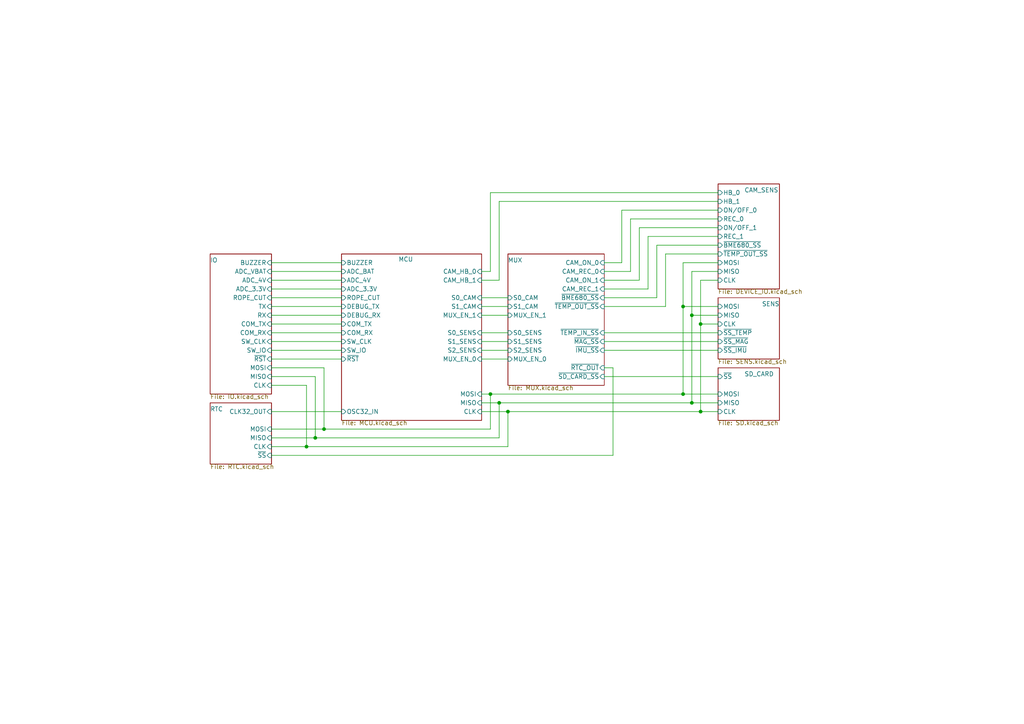
<source format=kicad_sch>
(kicad_sch (version 20211123) (generator eeschema)
  (paper "A4")
  (lib_symbols)
  (junction (at 144.78 116.84))
  (junction (at 91.44 127))
  (junction (at 142.24 114.3))
  (junction (at 203.2 93.98))
  (junction (at 198.12 114.3))
  (junction (at 147.32 119.38))
  (junction (at 200.66 116.84))
  (junction (at 198.12 88.9))
  (junction (at 93.98 124.46))
  (junction (at 88.9 129.54))
  (junction (at 203.2 119.38))
  (junction (at 200.66 91.44))
  (wire (pts (xy 208.28 78.74) (xy 200.66 78.74)))
  (wire (pts (xy 175.26 86.36) (xy 190.5 86.36)))
  (wire (pts (xy 180.34 76.2) (xy 180.34 60.96)))
  (wire (pts (xy 175.26 101.6) (xy 208.28 101.6)))
  (wire (pts (xy 78.74 111.76) (xy 88.9 111.76)))
  (wire (pts (xy 142.24 55.88) (xy 142.24 78.74)))
  (wire (pts (xy 203.2 93.98) (xy 203.2 119.38)))
  (wire (pts (xy 177.8 106.68) (xy 175.26 106.68)))
  (wire (pts (xy 200.66 91.44) (xy 200.66 116.84)))
  (wire (pts (xy 190.5 71.12) (xy 190.5 86.36)))
  (wire (pts (xy 198.12 76.2) (xy 198.12 88.9)))
  (wire (pts (xy 208.28 88.9) (xy 198.12 88.9)))
  (wire (pts (xy 177.8 106.68) (xy 177.8 132.08)))
  (wire (pts (xy 93.98 106.68) (xy 93.98 124.46)))
  (wire (pts (xy 139.7 99.06) (xy 147.32 99.06)))
  (wire (pts (xy 182.88 63.5) (xy 208.28 63.5)))
  (wire (pts (xy 190.5 71.12) (xy 208.28 71.12)))
  (wire (pts (xy 78.74 81.28) (xy 99.06 81.28)))
  (wire (pts (xy 147.32 129.54) (xy 147.32 119.38)))
  (wire (pts (xy 91.44 127) (xy 144.78 127)))
  (wire (pts (xy 78.74 101.6) (xy 99.06 101.6)))
  (wire (pts (xy 208.28 81.28) (xy 203.2 81.28)))
  (wire (pts (xy 139.7 86.36) (xy 147.32 86.36)))
  (wire (pts (xy 187.96 68.58) (xy 208.28 68.58)))
  (wire (pts (xy 198.12 114.3) (xy 208.28 114.3)))
  (wire (pts (xy 139.7 91.44) (xy 147.32 91.44)))
  (wire (pts (xy 139.7 114.3) (xy 142.24 114.3)))
  (wire (pts (xy 139.7 104.14) (xy 147.32 104.14)))
  (wire (pts (xy 78.74 127) (xy 91.44 127)))
  (wire (pts (xy 78.74 78.74) (xy 99.06 78.74)))
  (wire (pts (xy 78.74 124.46) (xy 93.98 124.46)))
  (wire (pts (xy 175.26 76.2) (xy 180.34 76.2)))
  (wire (pts (xy 91.44 109.22) (xy 91.44 127)))
  (wire (pts (xy 144.78 127) (xy 144.78 116.84)))
  (wire (pts (xy 182.88 63.5) (xy 182.88 78.74)))
  (wire (pts (xy 208.28 93.98) (xy 203.2 93.98)))
  (wire (pts (xy 187.96 68.58) (xy 187.96 83.82)))
  (wire (pts (xy 175.26 88.9) (xy 193.04 88.9)))
  (wire (pts (xy 139.7 78.74) (xy 142.24 78.74)))
  (wire (pts (xy 193.04 88.9) (xy 193.04 73.66)))
  (wire (pts (xy 78.74 86.36) (xy 99.06 86.36)))
  (wire (pts (xy 139.7 81.28) (xy 144.78 81.28)))
  (wire (pts (xy 139.7 116.84) (xy 144.78 116.84)))
  (wire (pts (xy 182.88 78.74) (xy 175.26 78.74)))
  (wire (pts (xy 78.74 76.2) (xy 99.06 76.2)))
  (wire (pts (xy 139.7 119.38) (xy 147.32 119.38)))
  (wire (pts (xy 175.26 109.22) (xy 208.28 109.22)))
  (wire (pts (xy 185.42 66.04) (xy 208.28 66.04)))
  (wire (pts (xy 175.26 81.28) (xy 185.42 81.28)))
  (wire (pts (xy 78.74 119.38) (xy 99.06 119.38)))
  (wire (pts (xy 142.24 124.46) (xy 142.24 114.3)))
  (wire (pts (xy 200.66 78.74) (xy 200.66 91.44)))
  (wire (pts (xy 78.74 132.08) (xy 177.8 132.08)))
  (wire (pts (xy 175.26 99.06) (xy 208.28 99.06)))
  (wire (pts (xy 88.9 111.76) (xy 88.9 129.54)))
  (wire (pts (xy 187.96 83.82) (xy 175.26 83.82)))
  (wire (pts (xy 144.78 58.42) (xy 144.78 81.28)))
  (wire (pts (xy 175.26 96.52) (xy 208.28 96.52)))
  (wire (pts (xy 78.74 99.06) (xy 99.06 99.06)))
  (wire (pts (xy 200.66 116.84) (xy 208.28 116.84)))
  (wire (pts (xy 78.74 83.82) (xy 99.06 83.82)))
  (wire (pts (xy 208.28 91.44) (xy 200.66 91.44)))
  (wire (pts (xy 203.2 81.28) (xy 203.2 93.98)))
  (wire (pts (xy 78.74 106.68) (xy 93.98 106.68)))
  (wire (pts (xy 180.34 60.96) (xy 208.28 60.96)))
  (wire (pts (xy 193.04 73.66) (xy 208.28 73.66)))
  (wire (pts (xy 139.7 96.52) (xy 147.32 96.52)))
  (wire (pts (xy 78.74 104.14) (xy 99.06 104.14)))
  (wire (pts (xy 142.24 114.3) (xy 198.12 114.3)))
  (wire (pts (xy 139.7 101.6) (xy 147.32 101.6)))
  (wire (pts (xy 144.78 116.84) (xy 200.66 116.84)))
  (wire (pts (xy 88.9 129.54) (xy 147.32 129.54)))
  (wire (pts (xy 147.32 119.38) (xy 203.2 119.38)))
  (wire (pts (xy 93.98 124.46) (xy 142.24 124.46)))
  (wire (pts (xy 139.7 88.9) (xy 147.32 88.9)))
  (wire (pts (xy 185.42 66.04) (xy 185.42 81.28)))
  (wire (pts (xy 78.74 109.22) (xy 91.44 109.22)))
  (wire (pts (xy 78.74 88.9) (xy 99.06 88.9)))
  (wire (pts (xy 203.2 119.38) (xy 208.28 119.38)))
  (wire (pts (xy 144.78 58.42) (xy 208.28 58.42)))
  (wire (pts (xy 78.74 93.98) (xy 99.06 93.98)))
  (wire (pts (xy 78.74 96.52) (xy 99.06 96.52)))
  (wire (pts (xy 78.74 129.54) (xy 88.9 129.54)))
  (wire (pts (xy 208.28 76.2) (xy 198.12 76.2)))
  (wire (pts (xy 142.24 55.88) (xy 208.28 55.88)))
  (wire (pts (xy 78.74 91.44) (xy 99.06 91.44)))
  (wire (pts (xy 198.12 88.9) (xy 198.12 114.3)))
  (sheet (at 147.32 73.66) (size 27.94 38.1) (stroke (width 0.1524))
    (property "Sheet name" "MUX" (at 147.32 76.2 0) (effects (justify left bottom)))
    (property "Sheet file" "MUX.kicad_sch" (at 147.32 111.76 0) (effects (justify left top)))
    (pin "~{BME680_SS}" input (at 175.26 86.36 0))
    (pin "~{TEMP_IN_SS}" input (at 175.26 96.52 0))
    (pin "~{MAG_SS}" input (at 175.26 99.06 0))
    (pin "~{SD_CARD_SS}" input (at 175.26 109.22 0))
    (pin "~{IMU_SS}" input (at 175.26 101.6 0))
    (pin "~{TEMP_OUT_SS}" input (at 175.26 88.9 0))
    (pin "~{RTC_OUT}" input (at 175.26 106.68 0))
    (pin "MUX_EN_0" input (at 147.32 104.14 180))
    (pin "S0_SENS" input (at 147.32 96.52 180))
    (pin "S1_SENS" input (at 147.32 99.06 180))
    (pin "S2_SENS" input (at 147.32 101.6 180))
    (pin "MUX_EN_1" input (at 147.32 91.44 180))
    (pin "S0_CAM" input (at 147.32 86.36 180))
    (pin "S1_CAM" input (at 147.32 88.9 180))
    (pin "CAM_ON_0" input (at 175.26 76.2 0))
    (pin "CAM_REC_0" input (at 175.26 78.74 0))
    (pin "CAM_ON_1" input (at 175.26 81.28 0))
    (pin "CAM_REC_1" input (at 175.26 83.82 0))
  )
  (sheet (at 208.28 106.68) (size 17.78 15.24) (stroke (width 0.1524))
    (property "Sheet name" "SD_CARD" (at 215.9 109.22 0) (effects (justify left bottom)))
    (property "Sheet file" "SD.kicad_sch" (at 208.28 121.92 0) (effects (justify left top)))
    (pin "MISO" input (at 208.28 116.84 180))
    (pin "MOSI" input (at 208.28 114.3 180))
    (pin "~{SS}" input (at 208.28 109.22 180))
    (pin "CLK" input (at 208.28 119.38 180))
  )
  (sheet (at 60.96 73.66) (size 17.78 40.64)
    (property "Sheet name" "IO" (at 60.96 76.2 0) (effects (justify left bottom)))
    (property "Sheet file" "IO.kicad_sch" (at 60.96 114.3 0) (effects (justify left top)))
    (pin "COM_TX" input (at 78.74 93.98 0))
    (pin "COM_RX" input (at 78.74 96.52 0))
    (pin "ADC_VBAT" input (at 78.74 78.74 0))
    (pin "ROPE_CUT" input (at 78.74 86.36 0))
    (pin "ADC_4V" input (at 78.74 81.28 0))
    (pin "ADC_3.3V" input (at 78.74 83.82 0))
    (pin "BUZZER" input (at 78.74 76.2 0))
    (pin "MISO" input (at 78.74 109.22 0))
    (pin "MOSI" input (at 78.74 106.68 0))
    (pin "RX" input (at 78.74 91.44 0))
    (pin "TX" input (at 78.74 88.9 0))
    (pin "~{RST}" input (at 78.74 104.14 0))
    (pin "SW_IO" input (at 78.74 101.6 0))
    (pin "SW_CLK" input (at 78.74 99.06 0))
    (pin "CLK" input (at 78.74 111.76 0))
  )
  (sheet (at 99.06 73.66) (size 40.64 48.26)
    (property "Sheet name" "MCU" (at 115.57 75.946 0) (effects (justify left bottom)))
    (property "Sheet file" "MCU.kicad_sch" (at 99.06 121.92 0) (effects (justify left top)))
    (pin "~{RST}" input (at 99.06 104.14 180))
    (pin "ROPE_CUT" input (at 99.06 86.36 180))
    (pin "MOSI" input (at 139.7 114.3 0))
    (pin "MISO" input (at 139.7 116.84 0))
    (pin "SW_CLK" input (at 99.06 99.06 180))
    (pin "SW_IO" input (at 99.06 101.6 180))
    (pin "DEBUG_TX" input (at 99.06 88.9 180))
    (pin "DEBUG_RX" input (at 99.06 91.44 180))
    (pin "COM_TX" input (at 99.06 93.98 180))
    (pin "COM_RX" input (at 99.06 96.52 180))
    (pin "ADC_3.3V" input (at 99.06 83.82 180))
    (pin "ADC_BAT" input (at 99.06 78.74 180))
    (pin "ADC_4V" input (at 99.06 81.28 180))
    (pin "BUZZER" input (at 99.06 76.2 180))
    (pin "CAM_HB_0" input (at 139.7 78.74 0))
    (pin "CAM_HB_1" input (at 139.7 81.28 0))
    (pin "S1_CAM" input (at 139.7 88.9 0))
    (pin "S0_CAM" input (at 139.7 86.36 0))
    (pin "MUX_EN_1" input (at 139.7 91.44 0))
    (pin "S0_SENS" input (at 139.7 96.52 0))
    (pin "S2_SENS" input (at 139.7 101.6 0))
    (pin "MUX_EN_0" input (at 139.7 104.14 0))
    (pin "S1_SENS" input (at 139.7 99.06 0))
    (pin "OSC32_IN" input (at 99.06 119.38 180))
    (pin "CLK" input (at 139.7 119.38 0))
  )
  (sheet (at 208.28 86.36) (size 17.78 17.78) (stroke (width 0.1524))
    (property "Sheet name" "SENS" (at 220.98 88.9 0) (effects (justify left bottom)))
    (property "Sheet file" "SENS.kicad_sch" (at 208.28 104.14 0) (effects (justify left top)))
    (pin "MOSI" input (at 208.28 88.9 180))
    (pin "MISO" input (at 208.28 91.44 180))
    (pin "~{SS_IMU}" input (at 208.28 101.6 180))
    (pin "~{SS_TEMP}" input (at 208.28 96.52 180))
    (pin "~{SS_MAG}" input (at 208.28 99.06 180))
    (pin "CLK" input (at 208.28 93.98 180))
  )
  (sheet (at 208.28 53.34) (size 17.78 30.48) (stroke (width 0.1524))
    (property "Sheet name" "CAM_SENS" (at 215.9 55.88 0) (effects (justify left bottom)))
    (property "Sheet file" "DEVICE_IO.kicad_sch" (at 208.28 83.82 0) (effects (justify left top)))
    (pin "MISO" input (at 208.28 78.74 180))
    (pin "MOSI" input (at 208.28 76.2 180))
    (pin "REC_0" input (at 208.28 63.5 180))
    (pin "ON{slash}OFF_0" input (at 208.28 60.96 180))
    (pin "HB_0" input (at 208.28 55.88 180))
    (pin "REC_1" input (at 208.28 68.58 180))
    (pin "HB_1" input (at 208.28 58.42 180))
    (pin "ON{slash}OFF_1" input (at 208.28 66.04 180))
    (pin "~{TEMP_OUT_SS}" input (at 208.28 73.66 180))
    (pin "~{BME680_SS}" input (at 208.28 71.12 180))
    (pin "CLK" input (at 208.28 81.28 180))
  )
  (sheet (at 60.96 116.84) (size 17.78 17.78) (stroke (width 0.1524))
    (property "Sheet name" "RTC" (at 60.96 119.38 0) (effects (justify left bottom)))
    (property "Sheet file" "RTC.kicad_sch" (at 60.96 134.62 0) (effects (justify left top)))
    (pin "MISO" input (at 78.74 127 0))
    (pin "MOSI" input (at 78.74 124.46 0))
    (pin "CLK32_OUT" input (at 78.74 119.38 0))
    (pin "CLK" input (at 78.74 129.54 0))
    (pin "~{SS}" input (at 78.74 132.08 0))
  )
)
</source>
